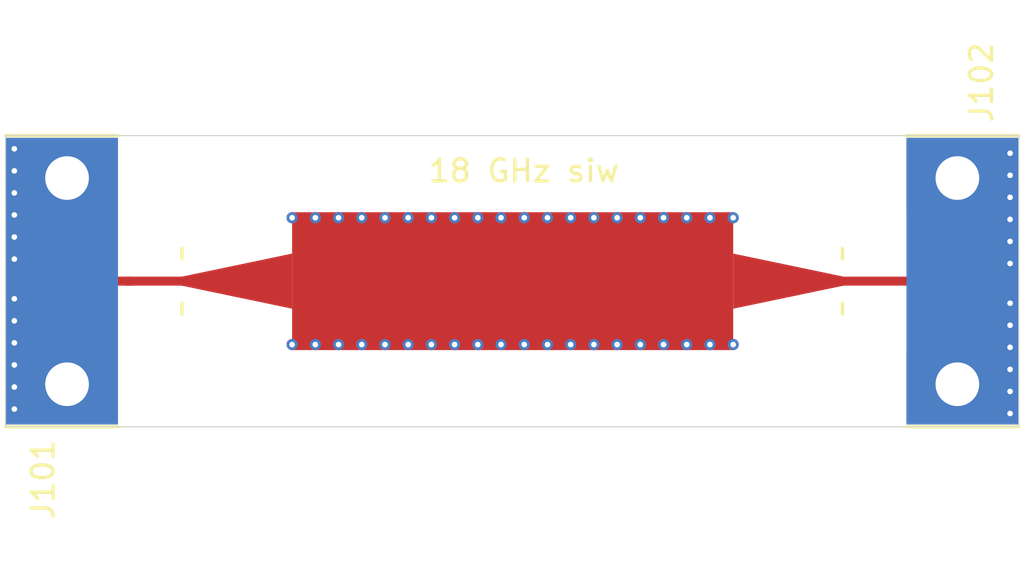
<source format=kicad_pcb>
(kicad_pcb (version 20171130) (host pcbnew "(5.1.4-74-gcf968cb6b)")

  (general
    (thickness 1.6)
    (drawings 5)
    (tracks 4)
    (zones 0)
    (modules 3)
    (nets 4)
  )

  (page A4)
  (layers
    (0 F.Cu signal)
    (1 In1.Cu signal)
    (2 In2.Cu signal)
    (31 B.Cu signal)
    (32 B.Adhes user)
    (33 F.Adhes user)
    (34 B.Paste user)
    (35 F.Paste user)
    (36 B.SilkS user)
    (37 F.SilkS user)
    (38 B.Mask user)
    (39 F.Mask user)
    (40 Dwgs.User user)
    (41 Cmts.User user)
    (42 Eco1.User user)
    (43 Eco2.User user)
    (44 Edge.Cuts user)
    (45 Margin user)
    (46 B.CrtYd user)
    (47 F.CrtYd user)
    (48 B.Fab user)
    (49 F.Fab user)
  )

  (setup
    (last_trace_width 0.41)
    (user_trace_width 0.41)
    (trace_clearance 0.2)
    (zone_clearance 0.2)
    (zone_45_only no)
    (trace_min 0.2)
    (via_size 0.8)
    (via_drill 0.4)
    (via_min_size 0.4)
    (via_min_drill 0.3)
    (uvia_size 0.3)
    (uvia_drill 0.1)
    (uvias_allowed no)
    (uvia_min_size 0.2)
    (uvia_min_drill 0.1)
    (edge_width 0.05)
    (segment_width 0.2)
    (pcb_text_width 0.3)
    (pcb_text_size 1.5 1.5)
    (mod_edge_width 0.12)
    (mod_text_size 1 1)
    (mod_text_width 0.15)
    (pad_size 1.524 1.524)
    (pad_drill 0.762)
    (pad_to_mask_clearance 0.02)
    (solder_mask_min_width 0.15)
    (aux_axis_origin 0 0)
    (visible_elements FFFFFF7F)
    (pcbplotparams
      (layerselection 0x010fc_ffffffff)
      (usegerberextensions false)
      (usegerberattributes false)
      (usegerberadvancedattributes false)
      (creategerberjobfile false)
      (excludeedgelayer true)
      (linewidth 0.100000)
      (plotframeref false)
      (viasonmask false)
      (mode 1)
      (useauxorigin false)
      (hpglpennumber 1)
      (hpglpenspeed 20)
      (hpglpendiameter 15.000000)
      (psnegative false)
      (psa4output false)
      (plotreference true)
      (plotvalue true)
      (plotinvisibletext false)
      (padsonsilk false)
      (subtractmaskfromsilk false)
      (outputformat 1)
      (mirror false)
      (drillshape 1)
      (scaleselection 1)
      (outputdirectory ""))
  )

  (net 0 "")
  (net 1 "Net-(FL101-Pad1)")
  (net 2 "Net-(FL101-Pad2)")
  (net 3 GND)

  (net_class Default "This is the default net class."
    (clearance 0.2)
    (trace_width 0.25)
    (via_dia 0.8)
    (via_drill 0.4)
    (uvia_dia 0.3)
    (uvia_drill 0.1)
    (add_net GND)
    (add_net "Net-(FL101-Pad1)")
    (add_net "Net-(FL101-Pad2)")
  )

  (module vna_footprints:band_x2_siw_fr408_6p7mil (layer F.Cu) (tedit 0) (tstamp 5D8815D0)
    (at 162.495 83)
    (path /5D880627)
    (attr smd)
    (fp_text reference FL101 (at 0 -1.27) (layer F.SilkS) hide
      (effects (font (size 0.7 0.7) (thickness 0.127)))
    )
    (fp_text value band_pass_filter (at 0 1.27) (layer F.SilkS) hide
      (effects (font (size 0.7 0.7) (thickness 0.127)))
    )
    (fp_poly (pts (xy 25 1.25) (xy 30 0.205) (xy 30 -0.205) (xy 25 -1.25)
      (xy 25 1.25)) (layer F.Cu) (width 0))
    (fp_poly (pts (xy 5 3.125) (xy 25 3.125) (xy 25 -3.125) (xy 5 -3.125)
      (xy 5 3.125)) (layer F.Cu) (width 0))
    (fp_poly (pts (xy 0 0.205) (xy 5 1.25) (xy 5 -1.25) (xy 0 -0.205)
      (xy 0 0.205)) (layer F.Cu) (width 0))
    (pad 3 thru_hole circle (at 25 -2.875) (size 0.508 0.508) (drill 0.254) (layers *.Cu *.Mask)
      (net 3 GND))
    (pad 3 thru_hole circle (at 25 2.875) (size 0.508 0.508) (drill 0.254) (layers *.Cu *.Mask)
      (net 3 GND))
    (pad 3 thru_hole circle (at 23.947368 -2.875) (size 0.508 0.508) (drill 0.254) (layers *.Cu *.Mask)
      (net 3 GND))
    (pad 3 thru_hole circle (at 23.947368 2.875) (size 0.508 0.508) (drill 0.254) (layers *.Cu *.Mask)
      (net 3 GND))
    (pad 3 thru_hole circle (at 22.894737 -2.875) (size 0.508 0.508) (drill 0.254) (layers *.Cu *.Mask)
      (net 3 GND))
    (pad 3 thru_hole circle (at 22.894737 2.875) (size 0.508 0.508) (drill 0.254) (layers *.Cu *.Mask)
      (net 3 GND))
    (pad 3 thru_hole circle (at 21.842105 -2.875) (size 0.508 0.508) (drill 0.254) (layers *.Cu *.Mask)
      (net 3 GND))
    (pad 3 thru_hole circle (at 21.842105 2.875) (size 0.508 0.508) (drill 0.254) (layers *.Cu *.Mask)
      (net 3 GND))
    (pad 3 thru_hole circle (at 20.789474 -2.875) (size 0.508 0.508) (drill 0.254) (layers *.Cu *.Mask)
      (net 3 GND))
    (pad 3 thru_hole circle (at 20.789474 2.875) (size 0.508 0.508) (drill 0.254) (layers *.Cu *.Mask)
      (net 3 GND))
    (pad 3 thru_hole circle (at 19.736842 -2.875) (size 0.508 0.508) (drill 0.254) (layers *.Cu *.Mask)
      (net 3 GND))
    (pad 3 thru_hole circle (at 19.736842 2.875) (size 0.508 0.508) (drill 0.254) (layers *.Cu *.Mask)
      (net 3 GND))
    (pad 3 thru_hole circle (at 18.684211 -2.875) (size 0.508 0.508) (drill 0.254) (layers *.Cu *.Mask)
      (net 3 GND))
    (pad 3 thru_hole circle (at 18.684211 2.875) (size 0.508 0.508) (drill 0.254) (layers *.Cu *.Mask)
      (net 3 GND))
    (pad 3 thru_hole circle (at 17.631579 -2.875) (size 0.508 0.508) (drill 0.254) (layers *.Cu *.Mask)
      (net 3 GND))
    (pad 3 thru_hole circle (at 17.631579 2.875) (size 0.508 0.508) (drill 0.254) (layers *.Cu *.Mask)
      (net 3 GND))
    (pad 3 thru_hole circle (at 16.578947 -2.875) (size 0.508 0.508) (drill 0.254) (layers *.Cu *.Mask)
      (net 3 GND))
    (pad 3 thru_hole circle (at 16.578947 2.875) (size 0.508 0.508) (drill 0.254) (layers *.Cu *.Mask)
      (net 3 GND))
    (pad 3 thru_hole circle (at 15.526316 -2.875) (size 0.508 0.508) (drill 0.254) (layers *.Cu *.Mask)
      (net 3 GND))
    (pad 3 thru_hole circle (at 15.526316 2.875) (size 0.508 0.508) (drill 0.254) (layers *.Cu *.Mask)
      (net 3 GND))
    (pad 3 thru_hole circle (at 14.473684 -2.875) (size 0.508 0.508) (drill 0.254) (layers *.Cu *.Mask)
      (net 3 GND))
    (pad 3 thru_hole circle (at 14.473684 2.875) (size 0.508 0.508) (drill 0.254) (layers *.Cu *.Mask)
      (net 3 GND))
    (pad 3 thru_hole circle (at 13.421053 -2.875) (size 0.508 0.508) (drill 0.254) (layers *.Cu *.Mask)
      (net 3 GND))
    (pad 3 thru_hole circle (at 13.421053 2.875) (size 0.508 0.508) (drill 0.254) (layers *.Cu *.Mask)
      (net 3 GND))
    (pad 3 thru_hole circle (at 12.368421 -2.875) (size 0.508 0.508) (drill 0.254) (layers *.Cu *.Mask)
      (net 3 GND))
    (pad 3 thru_hole circle (at 12.368421 2.875) (size 0.508 0.508) (drill 0.254) (layers *.Cu *.Mask)
      (net 3 GND))
    (pad 3 thru_hole circle (at 11.315789 -2.875) (size 0.508 0.508) (drill 0.254) (layers *.Cu *.Mask)
      (net 3 GND))
    (pad 3 thru_hole circle (at 11.315789 2.875) (size 0.508 0.508) (drill 0.254) (layers *.Cu *.Mask)
      (net 3 GND))
    (pad 3 thru_hole circle (at 10.263158 -2.875) (size 0.508 0.508) (drill 0.254) (layers *.Cu *.Mask)
      (net 3 GND))
    (pad 3 thru_hole circle (at 10.263158 2.875) (size 0.508 0.508) (drill 0.254) (layers *.Cu *.Mask)
      (net 3 GND))
    (pad 3 thru_hole circle (at 9.210526 -2.875) (size 0.508 0.508) (drill 0.254) (layers *.Cu *.Mask)
      (net 3 GND))
    (pad 3 thru_hole circle (at 9.210526 2.875) (size 0.508 0.508) (drill 0.254) (layers *.Cu *.Mask)
      (net 3 GND))
    (pad 3 thru_hole circle (at 8.157895 -2.875) (size 0.508 0.508) (drill 0.254) (layers *.Cu *.Mask)
      (net 3 GND))
    (pad 3 thru_hole circle (at 8.157895 2.875) (size 0.508 0.508) (drill 0.254) (layers *.Cu *.Mask)
      (net 3 GND))
    (pad 3 thru_hole circle (at 7.105263 -2.875) (size 0.508 0.508) (drill 0.254) (layers *.Cu *.Mask)
      (net 3 GND))
    (pad 3 thru_hole circle (at 7.105263 2.875) (size 0.508 0.508) (drill 0.254) (layers *.Cu *.Mask)
      (net 3 GND))
    (pad 3 thru_hole circle (at 6.052632 -2.875) (size 0.508 0.508) (drill 0.254) (layers *.Cu *.Mask)
      (net 3 GND))
    (pad 3 thru_hole circle (at 6.052632 2.875) (size 0.508 0.508) (drill 0.254) (layers *.Cu *.Mask)
      (net 3 GND))
    (pad 3 thru_hole circle (at 5 -2.875) (size 0.508 0.508) (drill 0.254) (layers *.Cu *.Mask)
      (net 3 GND))
    (pad 3 thru_hole circle (at 5 2.875) (size 0.508 0.508) (drill 0.254) (layers *.Cu *.Mask)
      (net 3 GND))
    (pad 2 smd rect (at 29.795 0) (size 0.41 0.41) (layers F.Cu)
      (net 2 "Net-(FL101-Pad2)"))
    (pad 1 smd rect (at 0.205 0) (size 0.41 0.41) (layers F.Cu)
      (net 1 "Net-(FL101-Pad1)"))
  )

  (module vna_mm:sw_edge_oshpark_4layer (layer F.Cu) (tedit 5D8802F6) (tstamp 5D8815F2)
    (at 154.5 83 90)
    (path /5D880968)
    (fp_text reference J101 (at -9 1.7 90) (layer F.SilkS)
      (effects (font (size 1 1) (thickness 0.15)))
    )
    (fp_text value Conn_Coaxial (at -11.9 7.3) (layer F.Fab)
      (effects (font (size 1 1) (thickness 0.15)))
    )
    (fp_line (start 1 8) (end 1.5 8) (layer F.SilkS) (width 0.15))
    (fp_line (start -1 8) (end -1.5 8) (layer F.SilkS) (width 0.15))
    (fp_poly (pts (xy -6.6 0) (xy -0.5 0) (xy -0.5 5.1) (xy -6.6 5.1)) (layer F.Mask) (width 0.1))
    (fp_poly (pts (xy 0.5 0) (xy 6.6 0) (xy 6.6 5.1) (xy 0.5 5.1)) (layer F.Mask) (width 0.1))
    (fp_poly (pts (xy -0.6 1.9) (xy 0.6 1.9) (xy 0.6 5.1) (xy -0.6 5.1)) (layer F.Mask) (width 0.1))
    (fp_poly (pts (xy -0.5 0) (xy 0.5 0) (xy 0.5 1.3) (xy -0.5 1.3)) (layer F.Mask) (width 0.1))
    (fp_line (start 6.6 0) (end 6.6 5.1) (layer F.SilkS) (width 0.15))
    (fp_line (start -6.6 0) (end -6.6 5) (layer F.SilkS) (width 0.15))
    (fp_line (start -6.6 5) (end -6.6 5.1) (layer F.SilkS) (width 0.15))
    (pad 2 smd rect (at 0 2.55 270) (size 13 5.1) (layers B.Cu B.Mask)
      (net 3 GND))
    (pad 2 smd rect (at 4.775 2.85 270) (size 3.25 4.5) (layers F.Cu F.Mask)
      (net 3 GND))
    (pad 2 smd rect (at -4.775 2.85 270) (size 3.25 4.5) (layers F.Cu F.Mask)
      (net 3 GND))
    (pad 2 thru_hole circle (at -4.675 2.79 90) (size 3 3) (drill 1.98) (layers *.Cu *.Mask)
      (net 3 GND))
    (pad 2 thru_hole circle (at 4.675 2.79 90) (size 3 3) (drill 1.98) (layers *.Cu *.Mask)
      (net 3 GND))
    (pad 1 smd rect (at 0 3.04 90) (size 0.41 4.08) (layers F.Cu)
      (net 1 "Net-(FL101-Pad1)"))
    (pad 1 smd trapezoid (at 0 0.55 90) (size 0.3 0.95) (rect_delta 0 0.11 ) (layers F.Cu F.Mask)
      (net 1 "Net-(FL101-Pad1)"))
    (pad 2 smd rect (at 3.4 0.3 270) (size 6 0.6) (layers F.Cu F.Mask)
      (net 3 GND))
    (pad 2 smd trapezoid (at 3.4 0.7 90) (size 5.8 0.2) (rect_delta 0 -0.2 ) (layers F.Cu F.Mask)
      (net 3 GND))
    (pad 2 thru_hole circle (at 1 0.4 90) (size 0.5 0.5) (drill 0.254) (layers *.Cu *.Mask)
      (net 3 GND))
    (pad 2 thru_hole circle (at 2 0.4 90) (size 0.5 0.5) (drill 0.254) (layers *.Cu *.Mask)
      (net 3 GND))
    (pad 2 thru_hole circle (at 3 0.4 90) (size 0.5 0.5) (drill 0.254) (layers *.Cu *.Mask)
      (net 3 GND))
    (pad 2 thru_hole circle (at 4 0.4 90) (size 0.5 0.5) (drill 0.254) (layers *.Cu *.Mask)
      (net 3 GND))
    (pad 2 thru_hole circle (at 5 0.4 90) (size 0.5 0.5) (drill 0.254) (layers *.Cu *.Mask)
      (net 3 GND))
    (pad 2 thru_hole circle (at 6 0.4 90) (size 0.5 0.5) (drill 0.254) (layers *.Cu *.Mask)
      (net 3 GND))
    (pad 2 smd trapezoid (at -3.4 0.7 90) (size 5.8 0.2) (rect_delta 0 -0.2 ) (layers F.Cu F.Mask)
      (net 3 GND))
    (pad 2 smd rect (at -3.4 0.3 270) (size 6 0.6) (layers F.Cu F.Mask)
      (net 3 GND))
    (pad 2 thru_hole circle (at -2.8 0.4 90) (size 0.5 0.5) (drill 0.254) (layers *.Cu *.Mask)
      (net 3 GND))
    (pad 2 thru_hole circle (at -0.8 0.4 90) (size 0.5 0.5) (drill 0.254) (layers *.Cu *.Mask)
      (net 3 GND))
    (pad 2 thru_hole circle (at -1.8 0.4 90) (size 0.5 0.5) (drill 0.254) (layers *.Cu *.Mask)
      (net 3 GND))
    (pad 2 thru_hole circle (at -5.8 0.4 90) (size 0.5 0.5) (drill 0.254) (layers *.Cu *.Mask)
      (net 3 GND))
    (pad 2 thru_hole circle (at -3.8 0.4 90) (size 0.5 0.5) (drill 0.254) (layers *.Cu *.Mask)
      (net 3 GND))
    (pad 2 thru_hole circle (at -4.8 0.4 90) (size 0.5 0.5) (drill 0.254) (layers *.Cu *.Mask)
      (net 3 GND))
  )

  (module vna_mm:sw_edge_oshpark_4layer (layer F.Cu) (tedit 5D8802F6) (tstamp 5D88202F)
    (at 200.45 83 270)
    (path /5D88288F)
    (fp_text reference J102 (at -9 1.7 90) (layer F.SilkS)
      (effects (font (size 1 1) (thickness 0.15)))
    )
    (fp_text value Conn_Coaxial (at -11.9 7.3) (layer F.Fab)
      (effects (font (size 1 1) (thickness 0.15)))
    )
    (fp_line (start 1 8) (end 1.5 8) (layer F.SilkS) (width 0.15))
    (fp_line (start -1 8) (end -1.5 8) (layer F.SilkS) (width 0.15))
    (fp_poly (pts (xy -6.6 0) (xy -0.5 0) (xy -0.5 5.1) (xy -6.6 5.1)) (layer F.Mask) (width 0.1))
    (fp_poly (pts (xy 0.5 0) (xy 6.6 0) (xy 6.6 5.1) (xy 0.5 5.1)) (layer F.Mask) (width 0.1))
    (fp_poly (pts (xy -0.6 1.9) (xy 0.6 1.9) (xy 0.6 5.1) (xy -0.6 5.1)) (layer F.Mask) (width 0.1))
    (fp_poly (pts (xy -0.5 0) (xy 0.5 0) (xy 0.5 1.3) (xy -0.5 1.3)) (layer F.Mask) (width 0.1))
    (fp_line (start 6.6 0) (end 6.6 5.1) (layer F.SilkS) (width 0.15))
    (fp_line (start -6.6 0) (end -6.6 5) (layer F.SilkS) (width 0.15))
    (fp_line (start -6.6 5) (end -6.6 5.1) (layer F.SilkS) (width 0.15))
    (pad 2 smd rect (at 0 2.55 90) (size 13 5.1) (layers B.Cu B.Mask)
      (net 3 GND))
    (pad 2 smd rect (at 4.775 2.85 90) (size 3.25 4.5) (layers F.Cu F.Mask)
      (net 3 GND))
    (pad 2 smd rect (at -4.775 2.85 90) (size 3.25 4.5) (layers F.Cu F.Mask)
      (net 3 GND))
    (pad 2 thru_hole circle (at -4.675 2.79 270) (size 3 3) (drill 1.98) (layers *.Cu *.Mask)
      (net 3 GND))
    (pad 2 thru_hole circle (at 4.675 2.79 270) (size 3 3) (drill 1.98) (layers *.Cu *.Mask)
      (net 3 GND))
    (pad 1 smd rect (at 0 3.04 270) (size 0.41 4.08) (layers F.Cu)
      (net 2 "Net-(FL101-Pad2)"))
    (pad 1 smd trapezoid (at 0 0.55 270) (size 0.3 0.95) (rect_delta 0 0.11 ) (layers F.Cu F.Mask)
      (net 2 "Net-(FL101-Pad2)"))
    (pad 2 smd rect (at 3.4 0.3 90) (size 6 0.6) (layers F.Cu F.Mask)
      (net 3 GND))
    (pad 2 smd trapezoid (at 3.4 0.7 270) (size 5.8 0.2) (rect_delta 0 -0.2 ) (layers F.Cu F.Mask)
      (net 3 GND))
    (pad 2 thru_hole circle (at 1 0.4 270) (size 0.5 0.5) (drill 0.254) (layers *.Cu *.Mask)
      (net 3 GND))
    (pad 2 thru_hole circle (at 2 0.4 270) (size 0.5 0.5) (drill 0.254) (layers *.Cu *.Mask)
      (net 3 GND))
    (pad 2 thru_hole circle (at 3 0.4 270) (size 0.5 0.5) (drill 0.254) (layers *.Cu *.Mask)
      (net 3 GND))
    (pad 2 thru_hole circle (at 4 0.4 270) (size 0.5 0.5) (drill 0.254) (layers *.Cu *.Mask)
      (net 3 GND))
    (pad 2 thru_hole circle (at 5 0.4 270) (size 0.5 0.5) (drill 0.254) (layers *.Cu *.Mask)
      (net 3 GND))
    (pad 2 thru_hole circle (at 6 0.4 270) (size 0.5 0.5) (drill 0.254) (layers *.Cu *.Mask)
      (net 3 GND))
    (pad 2 smd trapezoid (at -3.4 0.7 270) (size 5.8 0.2) (rect_delta 0 -0.2 ) (layers F.Cu F.Mask)
      (net 3 GND))
    (pad 2 smd rect (at -3.4 0.3 90) (size 6 0.6) (layers F.Cu F.Mask)
      (net 3 GND))
    (pad 2 thru_hole circle (at -2.8 0.4 270) (size 0.5 0.5) (drill 0.254) (layers *.Cu *.Mask)
      (net 3 GND))
    (pad 2 thru_hole circle (at -0.8 0.4 270) (size 0.5 0.5) (drill 0.254) (layers *.Cu *.Mask)
      (net 3 GND))
    (pad 2 thru_hole circle (at -1.8 0.4 270) (size 0.5 0.5) (drill 0.254) (layers *.Cu *.Mask)
      (net 3 GND))
    (pad 2 thru_hole circle (at -5.8 0.4 270) (size 0.5 0.5) (drill 0.254) (layers *.Cu *.Mask)
      (net 3 GND))
    (pad 2 thru_hole circle (at -3.8 0.4 270) (size 0.5 0.5) (drill 0.254) (layers *.Cu *.Mask)
      (net 3 GND))
    (pad 2 thru_hole circle (at -4.8 0.4 270) (size 0.5 0.5) (drill 0.254) (layers *.Cu *.Mask)
      (net 3 GND))
  )

  (gr_text "18 GHz siw" (at 178 78) (layer F.SilkS)
    (effects (font (size 1 1) (thickness 0.15)))
  )
  (gr_line (start 154.5 76.4) (end 200.45 76.4) (layer Edge.Cuts) (width 0.05) (tstamp 5D8820E0))
  (gr_line (start 200.45 89.6) (end 154.5 89.6) (layer Edge.Cuts) (width 0.05) (tstamp 5D8820DF))
  (gr_line (start 200.45 76.4) (end 200.45 89.6) (layer Edge.Cuts) (width 0.05))
  (gr_line (start 154.5 76.4) (end 154.5 89.6) (layer Edge.Cuts) (width 0.05))

  (segment (start 160 83) (end 162.7 83) (width 0.41) (layer F.Cu) (net 1))
  (segment (start 157.54 83) (end 160 83) (width 0.41) (layer F.Cu) (net 1))
  (segment (start 160 83) (end 160.205 83) (width 0.41) (layer F.Cu) (net 1))
  (segment (start 192.29 83) (end 197.41 83) (width 0.41) (layer F.Cu) (net 2))

  (zone (net 3) (net_name GND) (layer In1.Cu) (tstamp 0) (hatch edge 0.508)
    (connect_pads yes (clearance 0.2))
    (min_thickness 0.2)
    (fill yes (arc_segments 32) (thermal_gap 0.508) (thermal_bridge_width 0.508))
    (polygon
      (pts
        (xy 154.5 76.4) (xy 154.5 89.6) (xy 200.45 89.6) (xy 200.45 76.4)
      )
    )
    (filled_polygon
      (pts
        (xy 200.125001 89.275) (xy 154.825 89.275) (xy 154.825 76.725) (xy 200.125 76.725)
      )
    )
  )
  (zone (net 0) (net_name "") (layer F.Mask) (tstamp 0) (hatch edge 0.508)
    (connect_pads yes (clearance 0.2))
    (min_thickness 0.2)
    (fill yes (arc_segments 32) (thermal_gap 0.508) (thermal_bridge_width 0.508))
    (polygon
      (pts
        (xy 159 79.5) (xy 159 86.5) (xy 196 86.5) (xy 196 79.5)
      )
    )
    (filled_polygon
      (pts
        (xy 195.9 86.4) (xy 159.1 86.4) (xy 159.1 79.6) (xy 195.9 79.6)
      )
    )
  )
)

</source>
